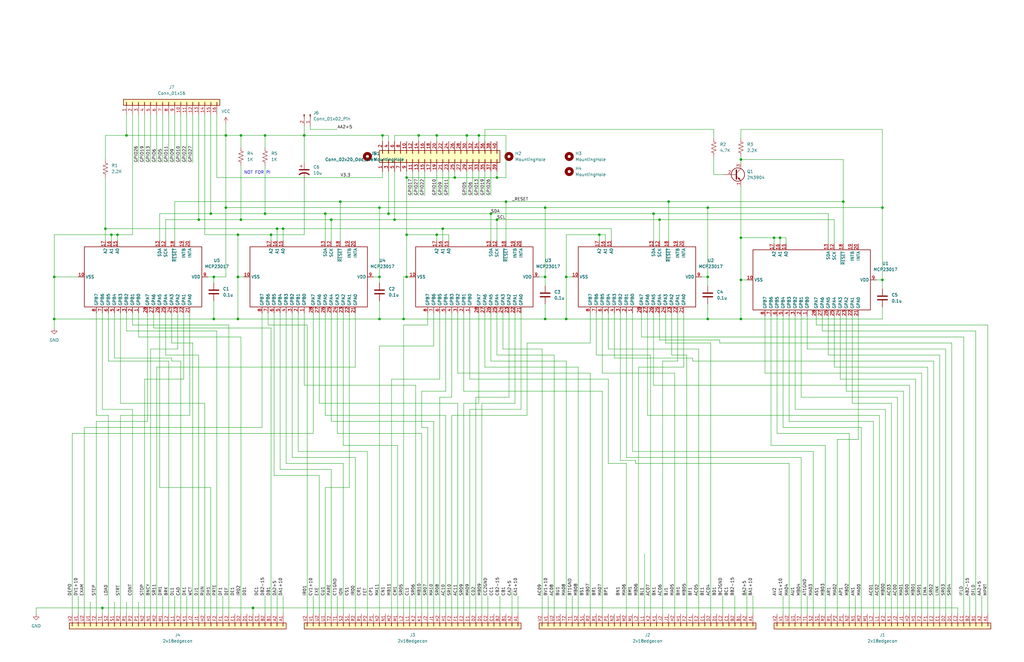
<source format=kicad_sch>
(kicad_sch (version 20230121) (generator eeschema)
  (paper "B")
  (junction (at 298.45 116.84))
  (junction (at 328.93 100.33))
  (junction (at 90.17 134.62))
  (junction (at 43.18 256.54))
  (junction (at 298.45 134.62))
  (junction (at 114.3 99.06))
  (junction (at 298.45 87.63))
  (junction (at 137.16 90.17))
  (junction (at 101.6 57.15))
  (junction (at 53.34 57.15))
  (junction (at 100.33 99.06))
  (junction (at 186.69 96.52))
  (junction (at 229.87 87.63))
  (junction (at 49.53 99.06))
  (junction (at 171.45 99.06))
  (junction (at 312.42 67.31))
  (junction (at 201.93 57.15))
  (junction (at 171.45 116.84))
  (junction (at 238.76 116.84))
  (junction (at 170.18 134.62))
  (junction (at 207.01 90.17))
  (junction (at 184.15 99.06))
  (junction (at 44.45 96.52))
  (junction (at 22.86 134.62))
  (junction (at 278.13 92.71))
  (junction (at 326.39 100.33))
  (junction (at 275.59 90.17))
  (junction (at 163.83 90.17))
  (junction (at 196.85 57.15))
  (junction (at 83.82 92.71))
  (junction (at 88.9 90.17))
  (junction (at 229.87 116.84))
  (junction (at 143.51 85.09))
  (junction (at 106.68 256.54))
  (junction (at 46.99 99.06))
  (junction (at 111.76 57.15))
  (junction (at 22.86 116.84))
  (junction (at 176.53 57.15))
  (junction (at 191.77 74.93))
  (junction (at 229.87 134.62))
  (junction (at 119.38 96.52))
  (junction (at 95.25 87.63))
  (junction (at 128.27 57.15))
  (junction (at 184.15 57.15))
  (junction (at 95.25 57.15))
  (junction (at 372.11 87.63))
  (junction (at 209.55 74.93))
  (junction (at 100.33 134.62))
  (junction (at 312.42 118.11))
  (junction (at 281.94 85.09))
  (junction (at 166.37 92.71))
  (junction (at 171.45 74.93))
  (junction (at 355.6 85.09))
  (junction (at 100.33 116.84))
  (junction (at 160.02 87.63))
  (junction (at 111.76 90.17))
  (junction (at 116.84 96.52))
  (junction (at 160.02 116.84))
  (junction (at 372.11 118.11))
  (junction (at 101.6 92.71))
  (junction (at 312.42 134.62))
  (junction (at 90.17 116.84))
  (junction (at 160.02 134.62))
  (junction (at 252.73 99.06))
  (junction (at 209.55 92.71))
  (junction (at 213.36 85.09))
  (junction (at 312.42 100.33))
  (junction (at 161.29 57.15))
  (junction (at 238.76 134.62))
  (junction (at 139.7 92.71))
  (wire (pts (xy 271.78 233.68) (xy 271.78 259.08)))
  (wire (pts (xy 48.26 151.13) (xy 48.26 132.08)))
  (wire (pts (xy 58.42 254) (xy 58.42 259.08)))
  (wire (pts (xy 326.39 100.33) (xy 326.39 102.87)))
  (wire (pts (xy 300.99 73.66) (xy 304.8 73.66)))
  (wire (pts (xy 86.36 99.06) (xy 100.33 99.06)))
  (wire (pts (xy 100.33 134.62) (xy 160.02 134.62)))
  (wire (pts (xy 207.01 152.4) (xy 207.01 132.08)))
  (wire (pts (xy 288.29 132.08) (xy 288.29 154.94)))
  (wire (pts (xy 116.84 248.92) (xy 116.84 259.08)))
  (wire (pts (xy 254 157.48) (xy 284.48 157.48)))
  (wire (pts (xy 72.39 144.78) (xy 81.28 144.78)))
  (wire (pts (xy 160.02 116.84) (xy 157.48 116.84)))
  (wire (pts (xy 171.45 99.06) (xy 171.45 116.84)))
  (wire (pts (xy 128.27 99.06) (xy 114.3 99.06)))
  (wire (pts (xy 132.08 251.46) (xy 132.08 259.08)))
  (wire (pts (xy 139.7 198.12) (xy 139.7 259.08)))
  (wire (pts (xy 229.87 128.27) (xy 229.87 134.62)))
  (wire (pts (xy 312.42 118.11) (xy 314.96 118.11)))
  (wire (pts (xy 184.15 57.15) (xy 184.15 59.69)))
  (wire (pts (xy 125.73 190.5) (xy 154.94 190.5)))
  (wire (pts (xy 193.04 170.18) (xy 193.04 259.08)))
  (wire (pts (xy 193.04 157.48) (xy 248.92 157.48)))
  (wire (pts (xy 294.64 147.32) (xy 294.64 259.08)))
  (wire (pts (xy 137.16 175.26) (xy 137.16 132.08)))
  (wire (pts (xy 144.78 187.96) (xy 144.78 132.08)))
  (wire (pts (xy 372.11 87.63) (xy 298.45 87.63)))
  (wire (pts (xy 81.28 144.78) (xy 81.28 259.08)))
  (wire (pts (xy 373.38 172.72) (xy 373.38 259.08)))
  (wire (pts (xy 184.15 57.15) (xy 176.53 57.15)))
  (wire (pts (xy 149.86 193.04) (xy 149.86 259.08)))
  (wire (pts (xy 201.93 57.15) (xy 213.36 57.15)))
  (wire (pts (xy 229.87 134.62) (xy 238.76 134.62)))
  (wire (pts (xy 71.12 152.4) (xy 71.12 259.08)))
  (wire (pts (xy 204.47 72.39) (xy 204.47 82.55)))
  (wire (pts (xy 219.71 172.72) (xy 219.71 132.08)))
  (wire (pts (xy 198.12 172.72) (xy 219.71 172.72)))
  (wire (pts (xy 166.37 72.39) (xy 166.37 92.71)))
  (wire (pts (xy 63.5 147.32) (xy 63.5 259.08)))
  (wire (pts (xy 342.9 190.5) (xy 342.9 259.08)))
  (wire (pts (xy 283.21 149.86) (xy 283.21 132.08)))
  (wire (pts (xy 303.53 144.78) (xy 401.32 144.78)))
  (wire (pts (xy 203.2 170.18) (xy 203.2 259.08)))
  (wire (pts (xy 129.54 137.16) (xy 129.54 259.08)))
  (wire (pts (xy 160.02 146.05) (xy 182.88 146.05)))
  (wire (pts (xy 40.64 177.8) (xy 40.64 259.08)))
  (wire (pts (xy 171.45 116.84) (xy 170.18 116.84)))
  (wire (pts (xy 229.87 87.63) (xy 229.87 116.84)))
  (wire (pts (xy 368.3 177.8) (xy 332.74 177.8)))
  (wire (pts (xy 332.74 195.58) (xy 332.74 259.08)))
  (wire (pts (xy 76.2 48.26) (xy 76.2 68.58)))
  (wire (pts (xy 53.34 132.08) (xy 53.34 139.7)))
  (wire (pts (xy 95.25 52.07) (xy 95.25 57.15)))
  (wire (pts (xy 30.48 182.88) (xy 30.48 259.08)))
  (wire (pts (xy 50.8 175.26) (xy 50.8 259.08)))
  (wire (pts (xy 358.14 182.88) (xy 358.14 259.08)))
  (wire (pts (xy 214.63 167.64) (xy 214.63 132.08)))
  (wire (pts (xy 303.53 143.51) (xy 278.13 143.51)))
  (wire (pts (xy 198.12 160.02) (xy 256.54 160.02)))
  (wire (pts (xy 393.7 152.4) (xy 393.7 259.08)))
  (wire (pts (xy 33.02 251.46) (xy 33.02 259.08)))
  (wire (pts (xy 190.5 132.08) (xy 190.5 167.64)))
  (wire (pts (xy 388.62 157.48) (xy 388.62 259.08)))
  (wire (pts (xy 340.36 251.46) (xy 340.36 259.08)))
  (wire (pts (xy 299.72 144.78) (xy 280.67 144.78)))
  (wire (pts (xy 340.36 147.32) (xy 340.36 133.35)))
  (wire (pts (xy 312.42 134.62) (xy 372.11 134.62)))
  (wire (pts (xy 398.78 147.32) (xy 340.36 147.32)))
  (wire (pts (xy 298.45 116.84) (xy 298.45 120.65)))
  (wire (pts (xy 228.6 147.32) (xy 212.09 147.32)))
  (wire (pts (xy 88.9 48.26) (xy 88.9 90.17)))
  (wire (pts (xy 231.14 251.46) (xy 231.14 259.08)))
  (wire (pts (xy 325.12 133.35) (xy 325.12 187.96)))
  (wire (pts (xy 149.86 132.08) (xy 149.86 154.94)))
  (wire (pts (xy 53.34 48.26) (xy 53.34 57.15)))
  (wire (pts (xy 116.84 96.52) (xy 119.38 96.52)))
  (wire (pts (xy 74.93 147.32) (xy 74.93 132.08)))
  (wire (pts (xy 154.94 190.5) (xy 154.94 259.08)))
  (wire (pts (xy 401.32 144.78) (xy 401.32 259.08)))
  (wire (pts (xy 95.25 87.63) (xy 160.02 87.63)))
  (wire (pts (xy 182.88 177.8) (xy 182.88 259.08)))
  (wire (pts (xy 210.82 251.46) (xy 210.82 259.08)))
  (wire (pts (xy 363.22 180.34) (xy 363.22 259.08)))
  (wire (pts (xy 355.6 67.31) (xy 355.6 85.09)))
  (wire (pts (xy 196.85 72.39) (xy 196.85 82.55)))
  (wire (pts (xy 337.82 133.35) (xy 337.82 167.64)))
  (wire (pts (xy 344.17 137.16) (xy 416.56 137.16)))
  (wire (pts (xy 228.6 147.32) (xy 228.6 259.08)))
  (wire (pts (xy 149.86 193.04) (xy 123.19 193.04)))
  (wire (pts (xy 254 165.1) (xy 254 259.08)))
  (wire (pts (xy 347.98 187.96) (xy 347.98 259.08)))
  (wire (pts (xy 86.36 170.18) (xy 86.36 259.08)))
  (wire (pts (xy 372.11 134.62) (xy 372.11 129.54)))
  (wire (pts (xy 195.58 165.1) (xy 254 165.1)))
  (wire (pts (xy 217.17 132.08) (xy 217.17 170.18)))
  (wire (pts (xy 43.18 256.54) (xy 43.18 259.08)))
  (wire (pts (xy 383.54 162.56) (xy 383.54 259.08)))
  (wire (pts (xy 378.46 167.64) (xy 378.46 259.08)))
  (wire (pts (xy 166.37 92.71) (xy 139.7 92.71)))
  (wire (pts (xy 298.45 87.63) (xy 298.45 116.84)))
  (wire (pts (xy 325.12 187.96) (xy 347.98 187.96)))
  (wire (pts (xy 292.1 152.4) (xy 393.7 152.4)))
  (wire (pts (xy 142.24 182.88) (xy 142.24 132.08)))
  (wire (pts (xy 248.92 132.08) (xy 248.92 144.78)))
  (wire (pts (xy 303.53 144.78) (xy 303.53 143.51)))
  (wire (pts (xy 95.25 87.63) (xy 95.25 116.84)))
  (wire (pts (xy 171.45 72.39) (xy 171.45 74.93)))
  (wire (pts (xy 243.84 154.94) (xy 243.84 259.08)))
  (wire (pts (xy 53.34 254) (xy 53.34 259.08)))
  (wire (pts (xy 165.1 160.02) (xy 185.42 160.02)))
  (wire (pts (xy 278.13 92.71) (xy 351.79 92.71)))
  (wire (pts (xy 198.12 172.72) (xy 198.12 259.08)))
  (wire (pts (xy 130.81 53.34) (xy 130.81 54.61)))
  (wire (pts (xy 372.11 54.61) (xy 372.11 87.63)))
  (wire (pts (xy 170.18 134.62) (xy 229.87 134.62)))
  (wire (pts (xy 43.18 256.54) (xy 106.68 256.54)))
  (wire (pts (xy 137.16 90.17) (xy 137.16 101.6)))
  (wire (pts (xy 15.24 259.08) (xy 15.24 256.54)))
  (wire (pts (xy 100.33 116.84) (xy 100.33 134.62)))
  (wire (pts (xy 189.23 101.6) (xy 189.23 99.06)))
  (wire (pts (xy 212.09 147.32) (xy 212.09 132.08)))
  (wire (pts (xy 368.3 177.8) (xy 368.3 259.08)))
  (wire (pts (xy 209.55 74.93) (xy 213.36 74.93)))
  (wire (pts (xy 101.6 142.24) (xy 101.6 259.08)))
  (wire (pts (xy 280.67 144.78) (xy 280.67 132.08)))
  (wire (pts (xy 69.85 92.71) (xy 83.82 92.71)))
  (wire (pts (xy 386.08 160.02) (xy 386.08 259.08)))
  (wire (pts (xy 35.56 180.34) (xy 35.56 259.08)))
  (wire (pts (xy 69.85 149.86) (xy 69.85 132.08)))
  (wire (pts (xy 95.25 116.84) (xy 90.17 116.84)))
  (wire (pts (xy 408.94 251.46) (xy 408.94 259.08)))
  (wire (pts (xy 279.4 152.4) (xy 279.4 259.08)))
  (wire (pts (xy 55.88 137.16) (xy 96.52 137.16)))
  (wire (pts (xy 414.02 251.46) (xy 414.02 259.08)))
  (wire (pts (xy 275.59 162.56) (xy 275.59 132.08)))
  (wire (pts (xy 49.53 101.6) (xy 49.53 99.06)))
  (wire (pts (xy 298.45 128.27) (xy 298.45 134.62)))
  (wire (pts (xy 45.72 152.4) (xy 71.12 152.4)))
  (wire (pts (xy 199.39 72.39) (xy 199.39 82.55)))
  (wire (pts (xy 78.74 48.26) (xy 78.74 68.58)))
  (wire (pts (xy 331.47 100.33) (xy 328.93 100.33)))
  (wire (pts (xy 391.16 154.94) (xy 391.16 259.08)))
  (wire (pts (xy 215.9 248.92) (xy 215.9 259.08)))
  (wire (pts (xy 22.86 116.84) (xy 33.02 116.84)))
  (wire (pts (xy 213.36 74.93) (xy 213.36 57.15)))
  (wire (pts (xy 209.55 149.86) (xy 209.55 132.08)))
  (wire (pts (xy 356.87 133.35) (xy 356.87 165.1)))
  (wire (pts (xy 330.2 133.35) (xy 330.2 180.34)))
  (wire (pts (xy 66.04 154.94) (xy 149.86 154.94)))
  (wire (pts (xy 388.62 157.48) (xy 322.58 157.48)))
  (wire (pts (xy 312.42 67.31) (xy 312.42 68.58)))
  (wire (pts (xy 261.62 194.31) (xy 267.97 194.31)))
  (wire (pts (xy 406.4 142.24) (xy 270.51 142.24)))
  (wire (pts (xy 411.48 139.7) (xy 411.48 259.08)))
  (wire (pts (xy 170.18 116.84) (xy 170.18 134.62)))
  (wire (pts (xy 171.45 74.93) (xy 171.45 99.06)))
  (wire (pts (xy 172.72 116.84) (xy 171.45 116.84)))
  (wire (pts (xy 189.23 72.39) (xy 189.23 82.55)))
  (wire (pts (xy 114.3 138.43) (xy 64.77 138.43)))
  (wire (pts (xy 49.53 99.06) (xy 46.99 99.06)))
  (wire (pts (xy 43.18 132.08) (xy 43.18 172.72)))
  (wire (pts (xy 222.25 175.26) (xy 190.5 175.26)))
  (wire (pts (xy 243.84 154.94) (xy 204.47 154.94)))
  (wire (pts (xy 175.26 162.56) (xy 175.26 259.08)))
  (wire (pts (xy 332.74 133.35) (xy 332.74 177.8)))
  (wire (pts (xy 185.42 167.64) (xy 185.42 259.08)))
  (wire (pts (xy 100.33 99.06) (xy 100.33 116.84)))
  (wire (pts (xy 170.18 137.16) (xy 180.34 137.16)))
  (wire (pts (xy 101.6 57.15) (xy 101.6 62.23)))
  (wire (pts (xy 200.66 167.64) (xy 214.63 167.64)))
  (wire (pts (xy 186.69 96.52) (xy 186.69 101.6)))
  (wire (pts (xy 161.29 57.15) (xy 161.29 59.69)))
  (wire (pts (xy 185.42 160.02) (xy 185.42 132.08)))
  (wire (pts (xy 80.01 132.08) (xy 80.01 175.26)))
  (wire (pts (xy 176.53 72.39) (xy 176.53 82.55)))
  (wire (pts (xy 128.27 76.2) (xy 128.27 99.06)))
  (wire (pts (xy 83.82 92.71) (xy 101.6 92.71)))
  (wire (pts (xy 120.65 195.58) (xy 144.78 195.58)))
  (wire (pts (xy 298.45 116.84) (xy 295.91 116.84)))
  (wire (pts (xy 204.47 59.69) (xy 204.47 54.61)))
  (wire (pts (xy 113.03 137.16) (xy 113.03 132.08)))
  (wire (pts (xy 353.06 185.42) (xy 361.95 185.42)))
  (wire (pts (xy 163.83 72.39) (xy 163.83 90.17)))
  (wire (pts (xy 44.45 96.52) (xy 116.84 96.52)))
  (wire (pts (xy 111.76 90.17) (xy 137.16 90.17)))
  (wire (pts (xy 411.48 139.7) (xy 346.71 139.7)))
  (wire (pts (xy 195.58 165.1) (xy 195.58 132.08)))
  (wire (pts (xy 193.04 157.48) (xy 193.04 132.08)))
  (wire (pts (xy 134.62 200.66) (xy 115.57 200.66)))
  (wire (pts (xy 294.64 147.32) (xy 256.54 147.32)))
  (wire (pts (xy 191.77 74.93) (xy 209.55 74.93)))
  (wire (pts (xy 55.88 48.26) (xy 55.88 99.06)))
  (wire (pts (xy 128.27 57.15) (xy 161.29 57.15)))
  (wire (pts (xy 147.32 132.08) (xy 147.32 205.74)))
  (wire (pts (xy 196.85 57.15) (xy 184.15 57.15)))
  (wire (pts (xy 49.53 99.06) (xy 55.88 99.06)))
  (wire (pts (xy 251.46 149.86) (xy 251.46 132.08)))
  (wire (pts (xy 62.23 132.08) (xy 62.23 177.8)))
  (wire (pts (xy 201.93 72.39) (xy 201.93 82.55)))
  (wire (pts (xy 60.96 160.02) (xy 77.47 160.02)))
  (wire (pts (xy 167.64 187.96) (xy 144.78 187.96)))
  (wire (pts (xy 351.79 92.71) (xy 351.79 102.87)))
  (wire (pts (xy 200.66 167.64) (xy 200.66 259.08)))
  (wire (pts (xy 337.82 193.04) (xy 264.16 193.04)))
  (wire (pts (xy 238.76 134.62) (xy 298.45 134.62)))
  (wire (pts (xy 44.45 74.93) (xy 44.45 96.52)))
  (wire (pts (xy 369.57 118.11) (xy 372.11 118.11)))
  (wire (pts (xy 269.24 154.94) (xy 269.24 259.08)))
  (wire (pts (xy 171.45 74.93) (xy 191.77 74.93)))
  (wire (pts (xy 304.8 251.46) (xy 304.8 259.08)))
  (wire (pts (xy 76.2 152.4) (xy 72.39 152.4)))
  (wire (pts (xy 55.88 172.72) (xy 55.88 259.08)))
  (wire (pts (xy 337.82 193.04) (xy 337.82 259.08)))
  (wire (pts (xy 160.02 116.84) (xy 160.02 119.38)))
  (wire (pts (xy 128.27 57.15) (xy 128.27 68.58)))
  (wire (pts (xy 289.56 149.86) (xy 283.21 149.86)))
  (wire (pts (xy 73.66 85.09) (xy 73.66 101.6)))
  (wire (pts (xy 119.38 251.46) (xy 119.38 259.08)))
  (wire (pts (xy 44.45 96.52) (xy 44.45 101.6)))
  (wire (pts (xy 184.15 72.39) (xy 184.15 82.55)))
  (wire (pts (xy 163.83 59.69) (xy 163.83 57.15)))
  (wire (pts (xy 111.76 57.15) (xy 111.76 62.23)))
  (wire (pts (xy 106.68 256.54) (xy 403.86 256.54)))
  (wire (pts (xy 72.39 151.13) (xy 72.39 152.4)))
  (wire (pts (xy 176.53 57.15) (xy 176.53 59.69)))
  (wire (pts (xy 267.97 195.58) (xy 332.74 195.58)))
  (wire (pts (xy 182.88 177.8) (xy 139.7 177.8)))
  (wire (pts (xy 95.25 57.15) (xy 95.25 87.63)))
  (wire (pts (xy 292.1 152.4) (xy 292.1 151.13)))
  (wire (pts (xy 120.65 195.58) (xy 120.65 132.08)))
  (wire (pts (xy 233.68 149.86) (xy 209.55 149.86)))
  (wire (pts (xy 335.28 133.35) (xy 335.28 172.72)))
  (wire (pts (xy 351.79 154.94) (xy 351.79 133.35)))
  (wire (pts (xy 201.93 170.18) (xy 201.93 132.08)))
  (wire (pts (xy 177.8 182.88) (xy 177.8 259.08)))
  (wire (pts (xy 373.38 172.72) (xy 335.28 172.72)))
  (wire (pts (xy 91.44 139.7) (xy 91.44 259.08)))
  (wire (pts (xy 90.17 116.84) (xy 90.17 119.38)))
  (wire (pts (xy 209.55 74.93) (xy 209.55 72.39)))
  (wire (pts (xy 55.88 137.16) (xy 55.88 132.08)))
  (wire (pts (xy 110.49 132.08) (xy 110.49 180.34)))
  (wire (pts (xy 252.73 99.06) (xy 252.73 101.6)))
  (wire (pts (xy 64.77 138.43) (xy 64.77 132.08)))
  (wire (pts (xy 327.66 133.35) (xy 327.66 182.88)))
  (wire (pts (xy 266.7 190.5) (xy 342.9 190.5)))
  (wire (pts (xy 176.53 57.15) (xy 166.37 57.15)))
  (wire (pts (xy 132.08 182.88) (xy 30.48 182.88)))
  (wire (pts (xy 186.69 72.39) (xy 186.69 82.55)))
  (wire (pts (xy 86.36 48.26) (xy 86.36 99.06)))
  (wire (pts (xy 207.01 90.17) (xy 207.01 101.6)))
  (wire (pts (xy 298.45 134.62) (xy 312.42 134.62)))
  (wire (pts (xy 184.15 99.06) (xy 184.15 101.6)))
  (wire (pts (xy 269.24 154.94) (xy 288.29 154.94)))
  (wire (pts (xy 213.36 85.09) (xy 143.51 85.09)))
  (wire (pts (xy 398.78 147.32) (xy 398.78 259.08)))
  (wire (pts (xy 353.06 185.42) (xy 353.06 259.08)))
  (wire (pts (xy 118.11 132.08) (xy 118.11 198.12)))
  (wire (pts (xy 67.31 132.08) (xy 67.31 205.74)))
  (wire (pts (xy 55.88 172.72) (xy 43.18 172.72)))
  (wire (pts (xy 213.36 85.09) (xy 281.94 85.09)))
  (wire (pts (xy 165.1 160.02) (xy 165.1 259.08)))
  (wire (pts (xy 72.39 151.13) (xy 48.26 151.13)))
  (wire (pts (xy 177.8 182.88) (xy 142.24 182.88)))
  (wire (pts (xy 375.92 170.18) (xy 375.92 259.08)))
  (wire (pts (xy 354.33 160.02) (xy 386.08 160.02)))
  (wire (pts (xy 274.32 149.86) (xy 274.32 259.08)))
  (wire (pts (xy 119.38 96.52) (xy 186.69 96.52)))
  (wire (pts (xy 204.47 154.94) (xy 204.47 132.08)))
  (wire (pts (xy 281.94 85.09) (xy 355.6 85.09)))
  (wire (pts (xy 187.96 175.26) (xy 187.96 259.08)))
  (wire (pts (xy 78.74 251.46) (xy 78.74 259.08)))
  (wire (pts (xy 73.66 251.46) (xy 73.66 259.08)))
  (wire (pts (xy 300.99 66.04) (xy 300.99 73.66)))
  (wire (pts (xy 134.62 170.18) (xy 134.62 132.08)))
  (wire (pts (xy 284.48 157.48) (xy 284.48 259.08)))
  (wire (pts (xy 111.76 57.15) (xy 128.27 57.15)))
  (wire (pts (xy 77.47 132.08) (xy 77.47 160.02)))
  (wire (pts (xy 22.86 138.43) (xy 22.86 134.62)))
  (wire (pts (xy 378.46 167.64) (xy 337.82 167.64)))
  (wire (pts (xy 71.12 48.26) (xy 71.12 68.58)))
  (wire (pts (xy 322.58 157.48) (xy 322.58 133.35)))
  (wire (pts (xy 359.41 170.18) (xy 375.92 170.18)))
  (wire (pts (xy 53.34 57.15) (xy 95.25 57.15)))
  (wire (pts (xy 355.6 85.09) (xy 355.6 102.87)))
  (wire (pts (xy 72.39 132.08) (xy 72.39 144.78)))
  (wire (pts (xy 292.1 151.13) (xy 259.08 151.13)))
  (wire (pts (xy 73.66 48.26) (xy 73.66 68.58)))
  (wire (pts (xy 370.84 175.26) (xy 273.05 175.26)))
  (wire (pts (xy 118.11 198.12) (xy 139.7 198.12)))
  (wire (pts (xy 285.75 152.4) (xy 285.75 132.08)))
  (wire (pts (xy 90.17 134.62) (xy 100.33 134.62)))
  (wire (pts (xy 119.38 96.52) (xy 119.38 101.6)))
  (wire (pts (xy 60.96 160.02) (xy 60.96 259.08)))
  (wire (pts (xy 58.42 132.08) (xy 58.42 142.24)))
  (wire (pts (xy 256.54 195.58) (xy 264.16 195.58)))
  (wire (pts (xy 229.87 87.63) (xy 298.45 87.63)))
  (wire (pts (xy 209.55 92.71) (xy 209.55 101.6)))
  (wire (pts (xy 205.74 251.46) (xy 205.74 259.08)))
  (wire (pts (xy 361.95 185.42) (xy 361.95 133.35)))
  (wire (pts (xy 229.87 116.84) (xy 229.87 120.65)))
  (wire (pts (xy 196.85 57.15) (xy 196.85 59.69)))
  (wire (pts (xy 238.76 99.06) (xy 252.73 99.06)))
  (wire (pts (xy 134.62 200.66) (xy 134.62 259.08)))
  (wire (pts (xy 144.78 195.58) (xy 144.78 259.08)))
  (wire (pts (xy 160.02 87.63) (xy 229.87 87.63)))
  (wire (pts (xy 354.33 133.35) (xy 354.33 160.02)))
  (wire (pts (xy 22.86 134.62) (xy 90.17 134.62)))
  (wire (pts (xy 35.56 180.34) (xy 110.49 180.34)))
  (wire (pts (xy 137.16 205.74) (xy 147.32 205.74)))
  (wire (pts (xy 406.4 142.24) (xy 406.4 259.08)))
  (wire (pts (xy 259.08 151.13) (xy 259.08 132.08)))
  (wire (pts (xy 171.45 99.06) (xy 184.15 99.06)))
  (wire (pts (xy 267.97 194.31) (xy 267.97 195.58)))
  (wire (pts (xy 261.62 132.08) (xy 261.62 194.31)))
  (wire (pts (xy 275.59 90.17) (xy 275.59 101.6)))
  (wire (pts (xy 163.83 90.17) (xy 137.16 90.17)))
  (wire (pts (xy 50.8 132.08) (xy 50.8 170.18)))
  (wire (pts (xy 48.26 254) (xy 48.26 259.08)))
  (wire (pts (xy 139.7 92.71) (xy 139.7 101.6)))
  (wire (pts (xy 370.84 175.26) (xy 370.84 259.08)))
  (wire (pts (xy 312.42 58.42) (xy 312.42 54.61)))
  (wire (pts (xy 74.93 147.32) (xy 63.5 147.32)))
  (wire (pts (xy 44.45 57.15) (xy 53.34 57.15)))
  (wire (pts (xy 312.42 67.31) (xy 355.6 67.31)))
  (wire (pts (xy 111.76 69.85) (xy 111.76 90.17)))
  (wire (pts (xy 381 165.1) (xy 381 259.08)))
  (wire (pts (xy 113.03 137.16) (xy 129.54 137.16)))
  (wire (pts (xy 218.44 251.46) (xy 218.44 259.08)))
  (wire (pts (xy 331.47 102.87) (xy 331.47 100.33)))
  (wire (pts (xy 44.45 67.31) (xy 44.45 57.15)))
  (wire (pts (xy 177.8 165.1) (xy 187.96 165.1)))
  (wire (pts (xy 349.25 149.86) (xy 396.24 149.86)))
  (wire (pts (xy 257.81 96.52) (xy 257.81 101.6)))
  (wire (pts (xy 67.31 90.17) (xy 88.9 90.17)))
  (wire (pts (xy 179.07 72.39) (xy 179.07 82.55)))
  (wire (pts (xy 279.4 152.4) (xy 285.75 152.4)))
  (wire (pts (xy 114.3 101.6) (xy 114.3 99.06)))
  (wire (pts (xy 187.96 132.08) (xy 187.96 165.1)))
  (wire (pts (xy 349.25 149.86) (xy 349.25 133.35)))
  (wire (pts (xy 88.9 90.17) (xy 111.76 90.17)))
  (wire (pts (xy 67.31 205.74) (xy 88.9 205.74)))
  (wire (pts (xy 166.37 57.15) (xy 166.37 59.69)))
  (wire (pts (xy 137.16 205.74) (xy 137.16 259.08)))
  (wire (pts (xy 264.16 195.58) (xy 264.16 259.08)))
  (wire (pts (xy 58.42 48.26) (xy 58.42 68.58)))
  (wire (pts (xy 275.59 162.56) (xy 383.54 162.56)))
  (wire (pts (xy 312.42 78.74) (xy 312.42 100.33)))
  (wire (pts (xy 238.76 152.4) (xy 238.76 259.08)))
  (wire (pts (xy 45.72 175.26) (xy 45.72 259.08)))
  (wire (pts (xy 187.96 175.26) (xy 137.16 175.26)))
  (wire (pts (xy 115.57 132.08) (xy 115.57 200.66)))
  (wire (pts (xy 238.76 116.84) (xy 238.76 134.62)))
  (wire (pts (xy 204.47 54.61) (xy 300.99 54.61)))
  (wire (pts (xy 143.51 85.09) (xy 73.66 85.09)))
  (wire (pts (xy 101.6 69.85) (xy 101.6 92.71)))
  (wire (pts (xy 66.04 154.94) (xy 66.04 259.08)))
  (wire (pts (xy 416.56 137.16) (xy 416.56 259.08)))
  (wire (pts (xy 270.51 142.24) (xy 270.51 132.08)))
  (wire (pts (xy 314.96 248.92) (xy 314.96 259.08)))
  (wire (pts (xy 67.31 90.17) (xy 67.31 101.6)))
  (wire (pts (xy 328.93 100.33) (xy 328.93 102.87)))
  (wire (pts (xy 95.25 57.15) (xy 101.6 57.15)))
  (wire (pts (xy 209.55 92.71) (xy 278.13 92.71)))
  (wire (pts (xy 330.2 251.46) (xy 330.2 259.08)))
  (wire (pts (xy 201.93 57.15) (xy 196.85 57.15)))
  (wire (pts (xy 40.64 175.26) (xy 45.72 175.26)))
  (wire (pts (xy 102.87 116.84) (xy 100.33 116.84)))
  (wire (pts (xy 15.24 256.54) (xy 43.18 256.54)))
  (wire (pts (xy 326.39 100.33) (xy 312.42 100.33)))
  (wire (pts (xy 207.01 72.39) (xy 207.01 82.55)))
  (wire (pts (xy 116.84 96.52) (xy 116.84 101.6)))
  (wire (pts (xy 22.86 134.62) (xy 22.86 116.84)))
  (wire (pts (xy 177.8 180.34) (xy 177.8 165.1)))
  (wire (pts (xy 275.59 90.17) (xy 349.25 90.17)))
  (wire (pts (xy 160.02 127) (xy 160.02 134.62)))
  (wire (pts (xy 248.92 157.48) (xy 248.92 259.08)))
  (wire (pts (xy 309.88 251.46) (xy 309.88 259.08)))
  (wire (pts (xy 356.87 165.1) (xy 381 165.1)))
  (wire (pts (xy 46.99 99.06) (xy 22.86 99.06)))
  (wire (pts (xy 161.29 72.39) (xy 161.29 74.93)))
  (wire (pts (xy 175.26 162.56) (xy 128.27 162.56)))
  (wire (pts (xy 248.92 144.78) (xy 222.25 144.78)))
  (wire (pts (xy 317.5 251.46) (xy 317.5 259.08)))
  (wire (pts (xy 111.76 251.46) (xy 111.76 259.08)))
  (wire (pts (xy 60.96 48.26) (xy 60.96 68.58)))
  (wire (pts (xy 185.42 167.64) (xy 190.5 167.64)))
  (wire (pts (xy 241.3 251.46) (xy 241.3 259.08)))
  (wire (pts (xy 191.77 74.93) (xy 191.77 72.39)))
  (wire (pts (xy 93.98 251.46) (xy 93.98 259.08)))
  (wire (pts (xy 312.42 54.61) (xy 372.11 54.61)))
  (wire (pts (xy 222.25 144.78) (xy 222.25 175.26)))
  (wire (pts (xy 130.81 54.61) (xy 142.24 54.61)))
  (wire (pts (xy 80.01 175.26) (xy 50.8 175.26)))
  (wire (pts (xy 40.64 177.8) (xy 62.23 177.8)))
  (wire (pts (xy 238.76 116.84) (xy 238.76 99.06)))
  (wire (pts (xy 312.42 134.62) (xy 312.42 118.11)))
  (wire (pts (xy 359.41 133.35) (xy 359.41 170.18)))
  (wire (pts (xy 76.2 152.4) (xy 76.2 259.08)))
  (wire (pts (xy 256.54 160.02) (xy 256.54 195.58)))
  (wire (pts (xy 83.82 149.86) (xy 83.82 259.08)))
  (wire (pts (xy 213.36 85.09) (xy 213.36 101.6)))
  (wire (pts (xy 96.52 137.16) (xy 96.52 259.08)))
  (wire (pts (xy 186.69 96.52) (xy 257.81 96.52)))
  (wire (pts (xy 351.79 154.94) (xy 391.16 154.94)))
  (wire (pts (xy 330.2 180.34) (xy 363.22 180.34)))
  (wire (pts (xy 91.44 48.26) (xy 91.44 74.93)))
  (wire (pts (xy 255.27 99.06) (xy 255.27 101.6)))
  (wire (pts (xy 166.37 92.71) (xy 209.55 92.71)))
  (wire (pts (xy 114.3 138.43) (xy 114.3 259.08)))
  (wire (pts (xy 63.5 48.26) (xy 63.5 68.58)))
  (wire (pts (xy 160.02 134.62) (xy 170.18 134.62)))
  (wire (pts (xy 128.27 162.56) (xy 128.27 132.08)))
  (wire (pts (xy 90.17 116.84) (xy 87.63 116.84)))
  (wire (pts (xy 403.86 256.54) (xy 403.86 259.08)))
  (wire (pts (xy 132.08 132.08) (xy 132.08 182.88)))
  (wire (pts (xy 372.11 118.11) (xy 372.11 121.92)))
  (wire (pts (xy 256.54 147.32) (xy 256.54 132.08)))
  (wire (pts (xy 142.24 251.46) (xy 142.24 259.08)))
  (wire (pts (xy 163.83 90.17) (xy 207.01 90.17)))
  (wire (pts (xy 101.6 92.71) (xy 139.7 92.71)))
  (wire (pts (xy 344.17 133.35) (xy 344.17 137.16)))
  (wire (pts (xy 45.72 152.4) (xy 45.72 132.08)))
  (wire (pts (xy 180.34 137.16) (xy 180.34 132.08)))
  (wire (pts (xy 372.11 118.11) (xy 372.11 87.63)))
  (wire (pts (xy 66.04 48.26) (xy 66.04 68.58)))
  (wire (pts (xy 328.93 100.33) (xy 326.39 100.33)))
  (wire (pts (xy 289.56 149.86) (xy 289.56 259.08)))
  (wire (pts (xy 46.99 99.06) (xy 46.99 101.6)))
  (wire (pts (xy 278.13 143.51) (xy 278.13 132.08)))
  (wire (pts (xy 396.24 149.86) (xy 396.24 259.08)))
  (wire (pts (xy 88.9 205.74) (xy 88.9 259.08)))
  (wire (pts (xy 106.68 256.54) (xy 106.68 259.08)))
  (wire (pts (xy 100.33 99.06) (xy 114.3 99.06)))
  (wire (pts (xy 229.87 116.84) (xy 227.33 116.84)))
  (wire (pts (xy 312.42 100.33) (xy 312.42 118.11)))
  (wire (pts (xy 201.93 57.15) (xy 201.93 59.69)))
  (wire (pts (xy 128.27 53.34) (xy 128.27 57.15)))
  (wire (pts (xy 190.5 175.26) (xy 190.5 259.08)))
  (wire (pts (xy 195.58 170.18) (xy 201.93 170.18)))
  (wire (pts (xy 182.88 146.05) (xy 182.88 132.08)))
  (wire (pts (xy 101.6 57.15) (xy 111.76 57.15)))
  (wire (pts (xy 83.82 48.26) (xy 83.82 92.71)))
  (wire (pts (xy 264.16 132.08) (xy 264.16 193.04)))
  (wire (pts (xy 278.13 92.71) (xy 278.13 101.6)))
  (wire (pts (xy 167.64 187.96) (xy 167.64 259.08)))
  (wire (pts (xy 198.12 160.02) (xy 198.12 132.08)))
  (wire (pts (xy 254 157.48) (xy 254 132.08)))
  (wire (pts (xy 241.3 116.84) (xy 238.76 116.84)))
  (wire (pts (xy 160.02 146.05) (xy 160.02 259.08)))
  (wire (pts (xy 38.1 254) (xy 38.1 259.08)))
  (wire (pts (xy 184.15 99.06) (xy 189.23 99.06)))
  (wire (pts (xy 360.68 251.46) (xy 360.68 259.08)))
  (wire (pts (xy 53.34 139.7) (xy 91.44 139.7)))
  (wire (pts (xy 346.71 139.7) (xy 346.71 133.35)))
  (wire (pts (xy 143.51 85.09) (xy 143.51 101.6)))
  (wire (pts (xy 266.7 132.08) (xy 266.7 190.5)))
  (wire (pts (xy 161.29 57.15) (xy 163.83 57.15)))
  (wire (pts (xy 281.94 101.6) (xy 281.94 85.09)))
  (wire (pts (xy 207.01 90.17) (xy 275.59 90.17)))
  (wire (pts (xy 180.34 180.34) (xy 180.34 259.08)))
  (wire (pts (xy 273.05 175.26) (xy 273.05 132.08)))
  (wire (pts (xy 160.02 87.63) (xy 160.02 116.84)))
  (wire (pts (xy 91.44 74.93) (xy 161.29 74.93)))
  (wire (pts (xy 233.68 149.86) (xy 233.68 259.08)))
  (wire (pts (xy 170.18 137.16) (xy 170.18 259.08)))
  (wire (pts (xy 274.32 149.86) (xy 251.46 149.86)))
  (wire (pts (xy 349.25 90.17) (xy 349.25 102.87)))
  (wire (pts (xy 68.58 251.46) (xy 68.58 259.08)))
  (wire (pts (xy 58.42 142.24) (xy 101.6 142.24)))
  (wire (pts (xy 193.04 170.18) (xy 134.62 170.18)))
  (wire (pts (xy 22.86 99.06) (xy 22.86 116.84)))
  (wire (pts (xy 300.99 54.61) (xy 300.99 58.42)))
  (wire (pts (xy 203.2 170.18) (xy 217.17 170.18)))
  (wire (pts (xy 327.66 182.88) (xy 358.14 182.88)))
  (wire (pts (xy 299.72 144.78) (xy 299.72 259.08)))
  (wire (pts (xy 173.99 72.39) (xy 173.99 82.55)))
  (wire (pts (xy 40.64 132.08) (xy 40.64 175.26)))
  (wire (pts (xy 81.28 48.26) (xy 81.28 68.58)))
  (wire (pts (xy 123.19 193.04) (xy 123.19 132.08)))
  (wire (pts (xy 125.73 190.5) (xy 125.73 132.08)))
  (wire (pts (xy 68.58 48.26) (xy 68.58 68.58)))
  (wire (pts (xy 312.42 66.04) (xy 312.42 67.31)))
  (wire (pts (xy 180.34 180.34) (xy 177.8 180.34)))
  (wire (pts (xy 252.73 99.06) (xy 255.27 99.06)))
  (wire (pts (xy 195.58 170.18) (xy 195.58 259.08)))
  (wire (pts (xy 172.72 251.46) (xy 172.72 259.08)))
  (wire (pts (xy 139.7 177.8) (xy 139.7 132.08)))
  (wire (pts (xy 83.82 149.86) (xy 69.85 149.86)))
  (wire (pts (xy 69.85 92.71) (xy 69.85 101.6)))
  (wire (pts (xy 90.17 127) (xy 90.17 134.62)))
  (wire (pts (xy 50.8 170.18) (xy 86.36 170.18)))
  (wire (pts (xy 238.76 152.4) (xy 207.01 152.4)))
  (text "NOT FOR PI" (at 102.87 73.66 0) (effects (font (size 1.27 1.27)) (justify left bottom)))
  (label "EMA" (at 391.16 251.46 90))
  (label "MA10" (at 182.88 251.46 90))
  (label "MA08" (at 238.76 251.46 90))
  (label "DFLD" (at 411.48 251.46 90))
  (label "SR10" (at 190.5 251.46 90))
  (label "AC05" (at 294.64 251.46 90))
  (label "V3.3" (at 143.51 74.93 0))
  (label "DB1" (at 114.3 251.46 90))
  (label "DEF" (at 96.52 251.46 90))
  (label "GPIO10" (at 76.2 68.58 90))
  (label "STRT" (at 50.8 251.46 90))
  (label "DC1" (at 109.22 251.46 90))
  (label "AA2+5" (at 142.24 54.61 0))
  (label "GPIO5" (at 196.85 82.55 90))
  (label "SR09" (at 195.58 251.46 90))
  (label "AU1" (at 335.28 251.46 90))
  (label "GPIO5" (at 68.58 68.58 90))
  (label "AN1" (at 360.68 251.46 90))
  (label "MB11" (at 165.1 251.46 90))
  (label "MB05" (at 289.56 251.46 90))
  (label "ION" (at 144.78 251.46 90))
  (label "MA09" (at 198.12 251.46 90))
  (label "CC2GND" (at 205.74 251.46 90))
  (label "CB2-15" (at 210.82 251.46 90))
  (label "AP1" (at 355.6 251.46 90))
  (label "MA11" (at 160.02 251.46 90))
  (label "CT1GND" (at 142.24 251.46 90))
  (label "BS1" (at 246.38 251.46 90))
  (label "AC09" (at 228.6 251.46 90))
  (label "CAD" (at 76.2 251.46 90))
  (label "CN1" (at 162.56 251.46 90))
  (label "DB2-15" (at 111.76 251.46 90))
  (label "AC08" (at 233.68 251.46 90))
  (label "GPIO27" (at 81.28 68.58 90))
  (label "AC10" (at 187.96 251.46 90))
  (label "AB2-15" (at 408.94 251.46 90))
  (label "BM1" (at 266.7 251.46 90))
  (label "GPIO22" (at 179.07 82.55 90))
  (label "MA03" (at 342.9 251.46 90))
  (label "BF1" (at 292.1 251.46 90))
  (label "MPRT" (at 416.56 251.46 90))
  (label "CS1" (at 147.32 251.46 90))
  (label "MB03" (at 347.98 251.46 90))
  (label "EXAM" (at 35.56 251.46 90))
  (label "MB07" (at 248.92 251.46 90))
  (label "BV1+10" (at 231.14 251.46 90))
  (label "SR01" (at 388.62 251.46 90))
  (label "GPIO10" (at 184.15 82.55 90))
  (label "MA01" (at 381 251.46 90))
  (label "GPIO19" (at 204.47 82.55 90))
  (label "PARE" (at 139.7 251.46 90))
  (label "BC1" (at 307.34 251.46 90))
  (label "DM1" (at 68.58 251.46 90))
  (label "DV1+10" (at 33.02 251.46 90))
  (label "BJ1" (at 281.94 251.46 90))
  (label "STEP" (at 40.64 251.46 90))
  (label "IR02" (at 101.6 251.46 90))
  (label "BK1" (at 276.86 251.46 90))
  (label "MB01" (at 386.08 251.46 90))
  (label "MA00" (at 363.22 251.46 90))
  (label "MA06" (at 264.16 251.46 90))
  (label "SDA" (at 207.01 90.17 0))
  (label "CONT" (at 55.88 251.46 90))
  (label "MA04" (at 332.74 251.46 90))
  (label "GPIO13" (at 201.93 82.55 90))
  (label "LINK" (at 396.24 251.46 90))
  (label "AR1" (at 350.52 251.46 90))
  (label "RUN" (at 86.36 251.46 90))
  (label "CU1" (at 137.16 251.46 90))
  (label "BRK" (at 71.12 251.46 90))
  (label "IR01" (at 129.54 251.46 90))
  (label "LDAD" (at 45.72 251.46 90))
  (label "DK1" (at 78.74 251.46 90))
  (label "GPIO26" (at 58.42 68.58 90))
  (label "CC1" (at 208.28 251.46 90))
  (label "DF1" (at 93.98 251.46 90))
  (label "SR05" (at 170.18 251.46 90))
  (label "BA1+10" (at 317.5 251.46 90))
  (label "MB10" (at 177.8 251.46 90))
  (label "BN1" (at 261.62 251.46 90))
  (label "EXE" (at 134.62 251.46 90))
  (label "CA2+5" (at 215.9 251.46 90))
  (label "AC00" (at 378.46 251.46 90))
  (label "CR1" (at 152.4 251.46 90))
  (label "SR06" (at 175.26 251.46 90))
  (label "GPIO11" (at 71.12 68.58 90))
  (label "AS1" (at 345.44 251.46 90))
  (label "GPIO6" (at 66.04 68.58 90))
  (label "CB1" (at 213.36 251.46 90))
  (label "IFLD" (at 406.4 251.46 90))
  (label "CM1" (at 167.64 251.46 90))
  (label "BT1GND" (at 241.3 251.46 90))
  (label "GPIO17" (at 173.99 82.55 90))
  (label "GPIO13" (at 63.5 68.58 90))
  (label "MB04" (at 337.82 251.46 90))
  (label "CL1" (at 172.72 251.46 90))
  (label "GPIO11" (at 189.23 82.55 90))
  (label "AA2+5" (at 414.02 251.46 90))
  (label "DA1+10" (at 119.38 251.46 90))
  (label "SR11" (at 66.04 251.46 90))
  (label "BD1" (at 302.26 251.46 90))
  (label "MA05" (at 284.48 251.46 90))
  (label "SCL" (at 209.55 92.71 0))
  (label "AC04" (at 299.72 251.46 90))
  (label "BP1" (at 256.54 251.46 90))
  (label "CA1+10" (at 218.44 251.46 90))
  (label "BC2GND" (at 304.8 251.46 90))
  (label "MA07" (at 254 251.46 90))
  (label "AC11" (at 193.04 251.46 90))
  (label "DA2+5" (at 116.84 251.46 90))
  (label "MB02" (at 358.14 251.46 90))
  (label "SR08" (at 185.42 251.46 90))
  (label "SR02" (at 393.7 251.46 90))
  (label "STOP" (at 60.96 251.46 90))
  (label "SR04" (at 401.32 251.46 90))
  (label "GPIO6" (at 199.39 82.55 90))
  (label "BR1" (at 251.46 251.46 90))
  (label "SR00" (at 383.54 251.46 90))
  (label "AC01" (at 368.3 251.46 90))
  (label "CP1" (at 157.48 251.46 90))
  (label "DEPO" (at 30.48 251.46 90))
  (label "MB06" (at 269.24 251.46 90))
  (label "CV1+10" (at 132.08 251.46 90))
  (label "AV2" (at 327.66 251.46 90))
  (label "GPIO9" (at 186.69 82.55 90))
  (label "AC06" (at 279.4 251.46 90))
  (label "GPIO9" (at 73.66 68.58 90))
  (label "GPIO26" (at 207.01 82.55 90))
  (label "PRTE" (at 91.44 251.46 90))
  (label "AC02" (at 370.84 251.46 90))
  (label "GPIO19" (at 60.96 68.58 90))
  (label "DL1" (at 73.66 251.46 90))
  (label "BL1" (at 271.78 251.46 90))
  (label "BH1" (at 287.02 251.46 90))
  (label "BE1" (at 297.18 251.46 90))
  (label "MB09" (at 203.2 251.46 90))
  (label "DH1" (at 88.9 251.46 90))
  (label "FET" (at 154.94 251.46 90))
  (label "AC03" (at 375.92 251.46 90))
  (label "AC07" (at 274.32 251.46 90))
  (label "AV1+10" (at 330.2 251.46 90))
  (label "BU1" (at 236.22 251.46 90))
  (label "DE1" (at 99.06 251.46 90))
  (label "DD1" (at 104.14 251.46 90))
  (label "SR07" (at 180.34 251.46 90))
  (label "DJ1" (at 83.82 251.46 90))
  (label "GPIO27" (at 176.53 82.55 90))
  (label "SR03" (at 398.78 251.46 90))
  (label "_RESET" (at 215.9 85.09 0))
  (label "GPIO22" (at 78.74 68.58 90))
  (label "MB00" (at 373.38 251.46 90))
  (label "BNCY" (at 63.5 251.46 90))
  (label "AT1GND" (at 340.36 251.46 90))
  (label "BA2+5" (at 314.96 251.46 90))
  (label "IR00" (at 149.86 251.46 90))
  (label "BB2-15" (at 309.88 251.46 90))
  (label "WCT" (at 81.28 251.46 90))
  (label "CD2" (at 200.66 251.46 90))
  (label "MB08" (at 243.84 251.46 90))
  (label "MA02" (at 353.06 251.46 90))
  (symbol (lib_id "mypipan8llib:MCP23017") (at 52.07 116.84 270) (unit 1)
    (property "Reference" "U5" (at 91.44 109.9119 90))
    (property "Value" "MCP23017" (at 91.44 112.4519 90))
    (property "Footprint" "Package_DIP:DIP-28_W7.62mm_LongPads" (effects hide))
  )
  (symbol (lib_id "Device:R_US") (at 312.42 62.23 0) (unit 1)
    (property "Reference" "R3" (at 314.96 60.96 0) (effects (justify left)))
    (property "Value" "2.2K" (at 314.96 63.5 0) (effects (justify left)))
    (property "Footprint" "Resistor_THT:R_Axial_DIN0207_L6.3mm_D2.5mm_P10.16mm_Horizontal" (effects hide))
  )
  (symbol (lib_id "Device:R_US") (at 111.76 66.04 0) (unit 1)
    (property "Reference" "R5" (at 114.3 64.77 0) (effects (justify left)))
    (property "Value" "1K" (at 114.3 67.31 0) (effects (justify left)))
    (property "Footprint" "Resistor_THT:R_Axial_DIN0207_L6.3mm_D2.5mm_P10.16mm_Horizontal" (effects hide))
  )
  (symbol (lib_id "Mechanical:MountingHole") (at 154.94 66.04 0) (unit 1)
    (property "Reference" "H1" (at 157.48 64.77 0) (effects (justify left)))
    (property "Value" "MountingHole" (at 157.48 67.31 0) (effects (justify left)))
    (property "Footprint" "MountingHole:MountingHole_3mm" (effects hide))
  )
  (symbol (lib_id "Connector_Generic:Conn_01x16") (at 71.12 43.18 90) (unit 1)
    (property "Reference" "J7" (at 72.39 36.83 90))
    (property "Value" "Conn_01x16" (at 72.39 39.37 90))
    (property "Footprint" "Connector_PinHeader_2.54mm:PinHeader_1x16_P2.54mm_Horizontal" (effects hide))
  )
  (symbol (lib_id "Connector_Generic:Conn_02x20_Odd_Even") (at 184.15 67.31 90) (unit 1)
    (property "Reference" "J5" (at 158.75 64.77 90) (effects (justify left)))
    (property "Value" "Conn_02x20_Odd_Even" (at 158.75 67.31 90) (effects (justify left)))
    (property "Footprint" "Connector_PinHeader_2.54mm:PinHeader_2x20_P2.54mm_Vertical" (effects hide))
  )
  (symbol (lib_id "mypipan8llib:2x18edgecon") (at 274.32 264.16 270) (unit 1)
    (property "Reference" "J2" (at 273.05 267.97 90))
    (property "Value" "2x18edgecon" (at 273.05 270.51 90))
    (property "Footprint" "mypipan8lfoots:backpins" (effects hide))
  )
  (symbol (lib_id "mypipan8llib:2x18edgecon") (at 76.2 264.16 270) (unit 1)
    (property "Reference" "J4" (at 74.93 267.97 90))
    (property "Value" "2x18edgecon" (at 74.93 270.51 90))
    (property "Footprint" "mypipan8lfoots:backpins" (effects hide))
  )
  (symbol (lib_id "Device:R_US") (at 44.45 71.12 0) (unit 1)
    (property "Reference" "R1" (at 46.99 69.85 0) (effects (justify left)))
    (property "Value" "2.2K" (at 46.99 72.39 0) (effects (justify left)))
    (property "Footprint" "Resistor_THT:R_Axial_DIN0207_L6.3mm_D2.5mm_P10.16mm_Horizontal" (effects hide))
  )
  (symbol (lib_id "mypipan8llib:MCP23017") (at 260.35 116.84 270) (unit 1)
    (property "Reference" "U2" (at 299.72 109.9119 90))
    (property "Value" "MCP23017" (at 299.72 112.4519 90))
    (property "Footprint" "Package_DIP:DIP-28_W7.62mm_LongPads" (effects hide))
  )
  (symbol (lib_id "power:GND") (at 15.24 259.08 0) (unit 1)
    (property "Reference" "#PWR01" (effects hide))
    (property "Value" "GND" (at 15.24 264.16 0))
  )
  (symbol (lib_id "Device:C") (at 372.11 125.73 0) (unit 1)
    (property "Reference" "C5" (at 375.92 124.46 0) (effects (justify left)))
    (property "Value" "0.1u" (at 375.92 127 0) (effects (justify left)))
    (property "Footprint" "Capacitor_THT:C_Axial_L3.8mm_D2.6mm_P7.50mm_Horizontal" (effects hide))
  )
  (symbol (lib_id "Mechanical:MountingHole") (at 214.63 66.04 0) (unit 1)
    (property "Reference" "H2" (at 217.17 64.77 0) (effects (justify left)))
    (property "Value" "MountingHole" (at 217.17 67.31 0) (effects (justify left)))
    (property "Footprint" "MountingHole:MountingHole_3mm" (effects hide))
  )
  (symbol (lib_id "Mechanical:MountingHole") (at 240.03 66.04 0) (unit 1)
    (property "Reference" "H3" (at 242.57 64.77 0) (effects (justify left)))
    (property "Value" "MountingHole" (at 242.57 67.31 0) (effects (justify left)))
    (property "Footprint" "MountingHole:MountingHole_8.4mm_M8" (effects hide))
  )
  (symbol (lib_id "Device:R_US") (at 101.6 66.04 0) (unit 1)
    (property "Reference" "R4" (at 104.14 64.77 0) (effects (justify left)))
    (property "Value" "1K" (at 104.14 67.31 0) (effects (justify left)))
    (property "Footprint" "Resistor_THT:R_Axial_DIN0207_L6.3mm_D2.5mm_P10.16mm_Horizontal" (effects hide))
  )
  (symbol (lib_id "power:VCC") (at 95.25 52.07 0) (unit 1)
    (property "Reference" "#PWR03" (effects hide))
    (property "Value" "VCC" (at 95.25 46.99 0))
  )
  (symbol (lib_id "Device:C") (at 229.87 124.46 0) (unit 1)
    (property "Reference" "C3" (at 233.68 123.19 0) (effects (justify left)))
    (property "Value" "0.1u" (at 233.68 125.73 0) (effects (justify left)))
    (property "Footprint" "Capacitor_THT:C_Axial_L3.8mm_D2.6mm_P7.50mm_Horizontal" (effects hide))
  )
  (symbol (lib_id "Device:C_Polarized_US") (at 128.27 72.39 0) (unit 1)
    (property "Reference" "C6" (at 132.08 70.485 0) (effects (justify left)))
    (property "Value" "10u" (at 132.08 73.025 0) (effects (justify left)))
    (property "Footprint" "Capacitor_THT:CP_Axial_L11.0mm_D5.0mm_P18.00mm_Horizontal" (effects hide))
  )
  (symbol (lib_id "mypipan8llib:MCP23017") (at 121.92 116.84 270) (unit 1)
    (property "Reference" "U4" (at 161.29 109.9119 90))
    (property "Value" "MCP23017" (at 161.29 112.4519 90))
    (property "Footprint" "Package_DIP:DIP-28_W7.62mm_LongPads" (effects hide))
  )
  (symbol (lib_id "Device:R_US") (at 300.99 62.23 0) (unit 1)
    (property "Reference" "R2" (at 303.53 60.96 0) (effects (justify left)))
    (property "Value" "4.7K" (at 303.53 63.5 0) (effects (justify left)))
    (property "Footprint" "Resistor_THT:R_Axial_DIN0207_L6.3mm_D2.5mm_P10.16mm_Horizontal" (effects hide))
  )
  (symbol (lib_id "mypipan8llib:2x18edgecon") (at 373.38 264.16 270) (unit 1)
    (property "Reference" "J1" (at 372.11 267.97 90))
    (property "Value" "2x18edgecon" (at 372.11 270.51 90))
    (property "Footprint" "mypipan8lfoots:backpins" (effects hide))
  )
  (symbol (lib_id "Device:C") (at 90.17 123.19 0) (unit 1)
    (property "Reference" "C1" (at 93.98 121.92 0) (effects (justify left)))
    (property "Value" "0.1u" (at 93.98 124.46 0) (effects (justify left)))
    (property "Footprint" "Capacitor_THT:C_Axial_L3.8mm_D2.6mm_P7.50mm_Horizontal" (effects hide))
  )
  (symbol (lib_id "Connector:Conn_01x02_Pin") (at 130.81 48.26 270) (unit 1)
    (property "Reference" "J6" (at 132.08 47.625 90) (effects (justify left)))
    (property "Value" "Conn_01x02_Pin" (at 132.08 50.165 90) (effects (justify left)))
    (property "Footprint" "Connector_PinHeader_2.54mm:PinHeader_1x02_P2.54mm_Vertical" (effects hide))
  )
  (symbol (lib_id "mypipan8llib:MCP23017") (at 334.01 118.11 270) (unit 1)
    (property "Reference" "U1" (at 373.38 111.1819 90))
    (property "Value" "MCP23017" (at 373.38 113.7219 90))
    (property "Footprint" "Package_DIP:DIP-28_W7.62mm_LongPads" (effects hide))
  )
  (symbol (lib_id "Transistor_BJT:2N3904") (at 309.88 73.66 0) (unit 1)
    (property "Reference" "Q1" (at 314.96 72.39 0) (effects (justify left)))
    (property "Value" "2N3904" (at 314.96 74.93 0) (effects (justify left)))
    (property "Footprint" "Package_TO_SOT_THT:TO-92_Wide" (effects hide))
    (property "Datasheet" "https://www.onsemi.com/pub/Collateral/2N3903-D.PDF" (effects hide))
  )
  (symbol (lib_id "Device:C") (at 160.02 123.19 0) (unit 1)
    (property "Reference" "C2" (at 163.83 121.92 0) (effects (justify left)))
    (property "Value" "0.1u" (at 163.83 124.46 0) (effects (justify left)))
    (property "Footprint" "Capacitor_THT:C_Axial_L3.8mm_D2.6mm_P7.50mm_Horizontal" (effects hide))
  )
  (symbol (lib_id "mypipan8llib:2x18edgecon") (at 175.26 264.16 270) (unit 1)
    (property "Reference" "J3" (at 173.99 267.97 90))
    (property "Value" "2x18edgecon" (at 173.99 270.51 90))
    (property "Footprint" "mypipan8lfoots:backpins" (effects hide))
  )
  (symbol (lib_id "Device:C") (at 298.45 124.46 0) (unit 1)
    (property "Reference" "C4" (at 302.26 123.19 0) (effects (justify left)))
    (property "Value" "0.1u" (at 302.26 125.73 0) (effects (justify left)))
    (property "Footprint" "Capacitor_THT:C_Axial_L3.8mm_D2.6mm_P7.50mm_Horizontal" (effects hide))
  )
  (symbol (lib_id "Mechanical:MountingHole") (at 240.03 72.39 0) (unit 1)
    (property "Reference" "H4" (at 242.57 71.12 0) (effects (justify left)))
    (property "Value" "MountingHole" (at 242.57 73.66 0) (effects (justify left)))
    (property "Footprint" "MountingHole:MountingHole_8.4mm_M8" (effects hide))
  )
  (symbol (lib_id "mypipan8llib:MCP23017") (at 191.77 116.84 270) (unit 1)
    (property "Reference" "U3" (at 231.14 109.9119 90))
    (property "Value" "MCP23017" (at 231.14 112.4519 90))
    (property "Footprint" "Package_DIP:DIP-28_W7.62mm_LongPads" (effects hide))
  )
  (symbol (lib_id "power:GND") (at 22.86 138.43 0) (unit 1)
    (property "Reference" "#PWR02" (effects hide))
    (property "Value" "GND" (at 22.86 143.51 0))
  )
)
</source>
